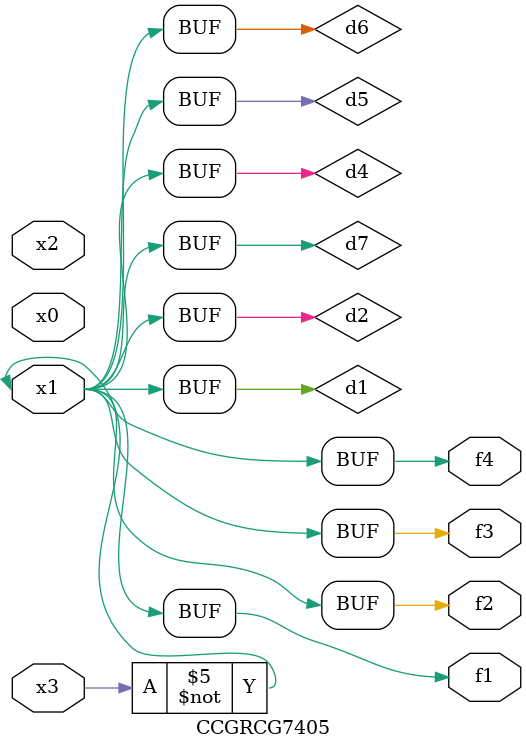
<source format=v>
module CCGRCG7405(
	input x0, x1, x2, x3,
	output f1, f2, f3, f4
);

	wire d1, d2, d3, d4, d5, d6, d7;

	not (d1, x3);
	buf (d2, x1);
	xnor (d3, d1, d2);
	nor (d4, d1);
	buf (d5, d1, d2);
	buf (d6, d4, d5);
	nand (d7, d4);
	assign f1 = d6;
	assign f2 = d7;
	assign f3 = d6;
	assign f4 = d6;
endmodule

</source>
